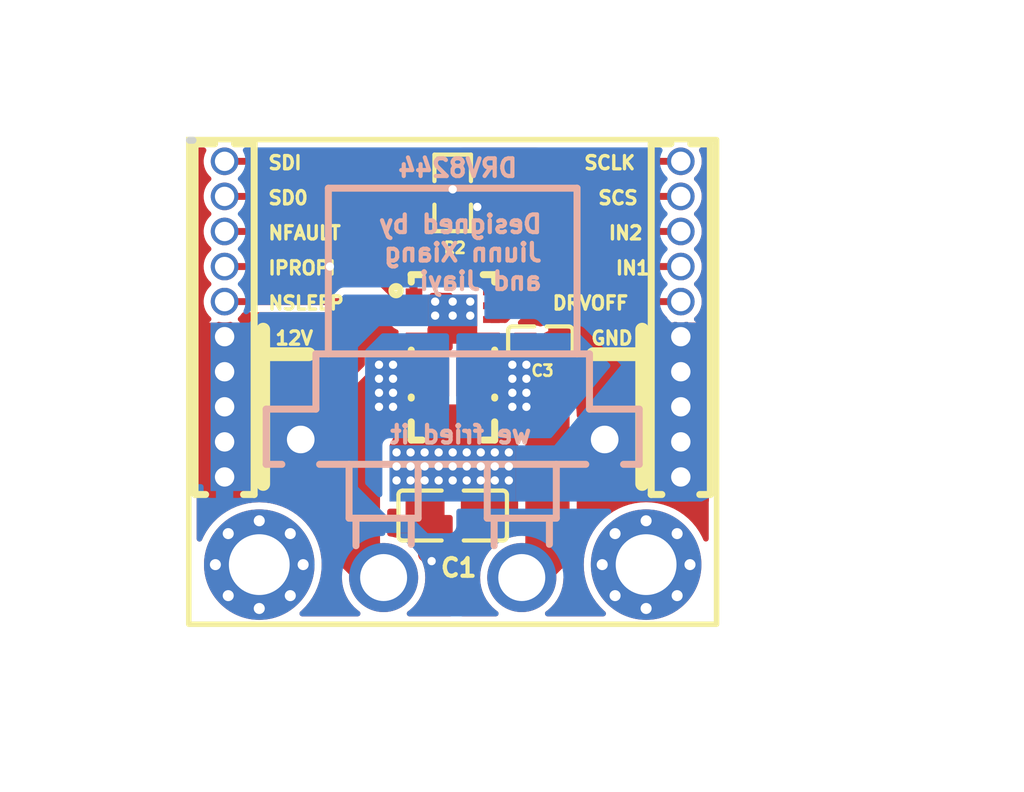
<source format=kicad_pcb>
(kicad_pcb (version 20240108) (generator "pcbnew") (generator_version "8.0")
  (layers (0 "F.Cu" signal "TopLayer") (31 "B.Cu" signal "BottomLayer") (34 "B.Paste" user "BottomPasteMaskLayer") (35 "F.Paste" user "TopPasteMaskLayer") (36 "B.SilkS" user "BottomSilkLayer") (37 "F.SilkS" user "TopSilkLayer") (38 "B.Mask" user "BottomSolderMaskLayer") (39 "F.Mask" user "TopSolderMaskLayer") (44 "Edge.Cuts" user "BoardOutLine"))
  (net 0 "")
  (net 1 "IPROPI")
  (net 2 "12V")
  (net 3 "GND")
  (net 4 "OUT1")
  (net 5 "OUT2")
  (net 6 "DRVOFF")
  (net 7 "NSLEEP")
  (net 8 "IN1")
  (net 9 "NFAULT")
  (net 10 "IN2")
  (net 11 "SCS")
  (net 12 "SDO")
  (net 13 "SDI")
  (net 14 "SCLK")
  (footprint "motor-driver:C0805" (layer "F.Cu") (at 150 107.714)
    (property "Reference" "C1" (at -0.508 1.519 0) (layer "F.SilkS") (effects (font (size 0.64 0.64) (thickness 0.1524)) (justify left top)))
    (property "Value" "22uF" (hide yes))
    (fp_line (start -1.9636 0.7512) (end -1.9636 -0.7512) (stroke (width 0.1524)) (layer "F.SilkS"))
    (fp_line (start -1.8112 -0.9036) (end -0.4012 -0.9036) (stroke (width 0.1524)) (layer "F.SilkS"))
    (fp_line (start -0.4012 0.9036) (end -1.8112 0.9036) (stroke (width 0.1524)) (layer "F.SilkS"))
    (fp_line (start 0.4012 0.9036) (end 1.8112 0.9036) (stroke (width 0.1524)) (layer "F.SilkS"))
    (fp_line (start 1.8112 -0.9036) (end 0.4012 -0.9036) (stroke (width 0.1524)) (layer "F.SilkS"))
    (fp_line (start 1.9636 0.7512) (end 1.9636 -0.7512) (stroke (width 0.1524)) (layer "F.SilkS"))
    (fp_arc (start -1.9636 -0.7512) (mid -1.918963 -0.858963) (end -1.8112 -0.9036) (stroke (width 0.1524)) (layer "F.SilkS"))
    (fp_arc (start -1.8112 0.9036) (mid -1.918963 0.858963) (end -1.9636 0.7512) (stroke (width 0.1524)) (layer "F.SilkS"))
    (fp_arc (start 1.8112 -0.9036) (mid 1.918963 -0.858963) (end 1.9636 -0.7512) (stroke (width 0.1524)) (layer "F.SilkS"))
    (fp_arc (start 1.9636 0.7512) (mid 1.918963 0.858963) (end 1.8112 0.9036) (stroke (width 0.1524)) (layer "F.SilkS"))
    (pad "1" smd rect (at -1 0) (size 1.41 1.35) (layers "F.Cu" "F.Paste" "F.Mask") (net 2 "12V"))
    (pad "2" smd rect (at 1 0) (size 1.41 1.35) (layers "F.Cu" "F.Paste" "F.Mask") (net 3 "GND"))
  )
  (footprint "motor-driver:M2" (layer "F.Cu") (at 143 109.492)
    (property "Reference" "M2_1" (hide yes))
    (property "Value" "M2" (hide yes))
    (pad "1" thru_hole oval (at 0 -1.588) (size 0.61 0.61) (drill 0.4) (layers "*.Cu" "*.Mask"))
    (pad "2" thru_hole oval (at 1.1229 -1.1229) (size 0.61 0.61) (drill 0.4) (layers "*.Cu" "*.Mask"))
    (pad "3" thru_hole oval (at 1.588 0) (size 0.61 0.61) (drill 0.4) (layers "*.Cu" "*.Mask"))
    (pad "4" thru_hole oval (at 1.1229 1.1229) (size 0.61 0.61) (drill 0.4) (layers "*.Cu" "*.Mask"))
    (pad "5" thru_hole oval (at 0 1.588) (size 0.61 0.61) (drill 0.4) (layers "*.Cu" "*.Mask"))
    (pad "6" thru_hole oval (at -1.1229 1.1229) (size 0.61 0.61) (drill 0.4) (layers "*.Cu" "*.Mask"))
    (pad "7" thru_hole oval (at -1.588 0) (size 0.61 0.61) (drill 0.4) (layers "*.Cu" "*.Mask"))
    (pad "8" thru_hole oval (at -1.1229 -1.1229) (size 0.61 0.61) (drill 0.4) (layers "*.Cu" "*.Mask"))
    (pad "9" thru_hole oval (at 0 0) (size 4 4) (drill 2.2) (layers "*.Cu" "*.Mask"))
  )
  (footprint "motor-driver:C0402" (layer "F.Cu") (at 153.175 101.364)
    (property "Reference" "C3" (at -0.381 0.87 0) (layer "F.SilkS") (effects (font (size 0.4 0.4) (thickness 0.1524)) (justify left top)))
    (property "Value" "100nF" (hide yes))
    (fp_line (start -1.1687 0.3462) (end -1.1687 -0.3462) (stroke (width 0.1524)) (layer "F.SilkS"))
    (fp_line (start -1.0163 -0.4986) (end -0.2262 -0.4986) (stroke (width 0.1524)) (layer "F.SilkS"))
    (fp_line (start -0.2262 0.4986) (end -1.0163 0.4986) (stroke (width 0.1524)) (layer "F.SilkS"))
    (fp_line (start 0.2262 0.4986) (end 1.0163 0.4986) (stroke (width 0.1524)) (layer "F.SilkS"))
    (fp_line (start 1.0163 -0.4986) (end 0.2262 -0.4986) (stroke (width 0.1524)) (layer "F.SilkS"))
    (fp_line (start 1.1687 0.3462) (end 1.1687 -0.3462) (stroke (width 0.1524)) (layer "F.SilkS"))
    (fp_arc (start -1.1687 -0.3462) (mid -1.124063 -0.453963) (end -1.0163 -0.4986) (stroke (width 0.1524)) (layer "F.SilkS"))
    (fp_arc (start -1.0163 0.4986) (mid -1.124063 0.453963) (end -1.1687 0.3462) (stroke (width 0.1524)) (layer "F.SilkS"))
    (fp_arc (start 1.0163 -0.4986) (mid 1.124063 -0.453963) (end 1.1687 -0.3462) (stroke (width 0.1524)) (layer "F.SilkS"))
    (fp_arc (start 1.1687 0.3462) (mid 1.124063 0.453963) (end 1.0163 0.4986) (stroke (width 0.1524)) (layer "F.SilkS"))
    (pad "1" smd rect (at -0.5451 0) (size 0.7901 0.54) (layers "F.Cu" "F.Paste" "F.Mask") (net 2 "12V"))
    (pad "2" smd rect (at 0.5451 0) (size 0.7901 0.54) (layers "F.Cu" "F.Paste" "F.Mask") (net 3 "GND"))
  )
  (footprint "motor-driver:R0603" (layer "F.Cu") (at 150 96.03 -90)
    (property "Reference" "R2" (at 1.759 0.381 0) (layer "F.SilkS") (effects (font (size 0.4 0.4) (thickness 0.1524)) (justify left top)))
    (property "Value" "680Ω" (hide yes))
    (fp_line (start -1.3851 0.6606) (end -1.3851 -0.6606) (stroke (width 0.1524)) (layer "F.SilkS"))
    (fp_line (start -0.4262 0.6606) (end -1.3851 0.6606) (stroke (width 0.1524)) (layer "F.SilkS"))
    (fp_line (start 0.4262 0.6606) (end 1.3851 0.6606) (stroke (width 0.1524)) (layer "F.SilkS"))
    (fp_line (start 1.3851 0.6606) (end 1.3851 -0.6606) (stroke (width 0.1524)) (layer "F.SilkS"))
    (fp_line (start -1.3851 -0.6606) (end -0.4262 -0.6606) (stroke (width 0.1524)) (layer "F.SilkS"))
    (fp_line (start 1.3851 -0.6606) (end 0.4262 -0.6606) (stroke (width 0.1524)) (layer "F.SilkS"))
    (pad "1" smd rect (at -0.7531 0 270) (size 0.8065 0.864) (layers "F.Cu" "F.Paste" "F.Mask") (net 1 "IPROPI"))
    (pad "2" smd rect (at 0.7533 0 270) (size 0.8065 0.864) (layers "F.Cu" "F.Paste" "F.Mask") (net 3 "GND"))
  )
  (footprint "motor-driver:M2" (layer "F.Cu") (at 157 109.492)
    (property "Reference" "M2_2" (hide yes))
    (property "Value" "M2" (hide yes))
    (pad "1" thru_hole oval (at 0 -1.588) (size 0.61 0.61) (drill 0.4) (layers "*.Cu" "*.Mask"))
    (pad "2" thru_hole oval (at 1.1229 -1.1229) (size 0.61 0.61) (drill 0.4) (layers "*.Cu" "*.Mask"))
    (pad "3" thru_hole oval (at 1.588 0) (size 0.61 0.61) (drill 0.4) (layers "*.Cu" "*.Mask"))
    (pad "4" thru_hole oval (at 1.1229 1.1229) (size 0.61 0.61) (drill 0.4) (layers "*.Cu" "*.Mask"))
    (pad "5" thru_hole oval (at 0 1.588) (size 0.61 0.61) (drill 0.4) (layers "*.Cu" "*.Mask"))
    (pad "6" thru_hole oval (at -1.1229 1.1229) (size 0.61 0.61) (drill 0.4) (layers "*.Cu" "*.Mask"))
    (pad "7" thru_hole oval (at -1.588 0) (size 0.61 0.61) (drill 0.4) (layers "*.Cu" "*.Mask"))
    (pad "8" thru_hole oval (at -1.1229 -1.1229) (size 0.61 0.61) (drill 0.4) (layers "*.Cu" "*.Mask"))
    (pad "9" thru_hole oval (at 0 0) (size 4 4) (drill 2.2) (layers "*.Cu" "*.Mask"))
  )
  (footprint "motor-driver:HDR-TH_10P-P1.27-V-M" (layer "F.Cu") (at 158.255 100.602 90)
    (property "Reference" "U2" (hide yes))
    (property "Value" "X1311WV-10J-C40D24" (hide yes))
    (fp_line (start 6.35 -1.07) (end 6.35 -0.3598) (stroke (width 0.254)) (layer "F.SilkS"))
    (fp_line (start -6.35 -1.07) (end 6.35 -1.07) (stroke (width 0.254)) (layer "F.SilkS"))
    (fp_line (start -6.35 -0.687) (end -6.35 -1.07) (stroke (width 0.254)) (layer "F.SilkS"))
    (fp_line (start 6.35 0.3598) (end 6.35 1.07) (stroke (width 0.254)) (layer "F.SilkS"))
    (fp_line (start -6.35 1.07) (end -6.35 0.687) (stroke (width 0.254)) (layer "F.SilkS"))
    (fp_line (start -6.35 1.07) (end 6.35 1.07) (stroke (width 0.254)) (layer "F.SilkS"))
    (pad "1" thru_hole rect (at -5.715 0 90) (size 1 1) (drill 0.7) (layers "*.Cu" "*.Mask") (net 3 "GND"))
    (pad "2" thru_hole oval (at -4.445 0 90) (size 1 1) (drill 0.7) (layers "*.Cu" "*.Mask") (net 3 "GND"))
    (pad "3" thru_hole oval (at -3.175 0 90) (size 1 1) (drill 0.7) (layers "*.Cu" "*.Mask") (net 3 "GND"))
    (pad "4" thru_hole oval (at -1.905 0 90) (size 1 1) (drill 0.7) (layers "*.Cu" "*.Mask") (net 3 "GND"))
    (pad "5" thru_hole oval (at -0.635 0 90) (size 1 1) (drill 0.7) (layers "*.Cu" "*.Mask") (net 3 "GND"))
    (pad "6" thru_hole oval (at 0.635 0 90) (size 1 1) (drill 0.7) (layers "*.Cu" "*.Mask") (net 6 "DRVOFF"))
    (pad "7" thru_hole oval (at 1.905 0 90) (size 1 1) (drill 0.7) (layers "*.Cu" "*.Mask") (net 8 "IN1"))
    (pad "8" thru_hole oval (at 3.175 0 90) (size 1 1) (drill 0.7) (layers "*.Cu" "*.Mask") (net 10 "IN2"))
    (pad "9" thru_hole oval (at 4.445 0 90) (size 1 1) (drill 0.7) (layers "*.Cu" "*.Mask") (net 11 "SCS"))
    (pad "10" thru_hole oval (at 5.715 0 90) (size 1 1) (drill 0.7) (layers "*.Cu" "*.Mask") (net 14 "SCLK"))
  )
  (footprint "motor-driver:VQFN-16_L6.0-W3.0-P0.50-TL" (layer "F.Cu") (at 150 101.491)
    (property "Reference" "DRV8244" (at 2.413 -6.736 0) (layer "B.SilkS") (effects (font (size 0.64 0.64) (thickness 0.1524)) (justify left top mirror)))
    (property "Value" "DRV8244SQRYJRQ1" (hide yes))
    (fp_line (start -1.51 -2.5) (end -1.1061 -2.5) (stroke (width 0.254)) (layer "F.SilkS"))
    (fp_line (start -1.5 -2.2311) (end -1.5 -2.48) (stroke (width 0.254)) (layer "F.SilkS"))
    (fp_line (start -1.5 0.2689) (end -1.5 0.2311) (stroke (width 0.254)) (layer "F.SilkS"))
    (fp_line (start -1.5 1.9689) (end -1.5 1.9311) (stroke (width 0.254)) (layer "F.SilkS"))
    (fp_line (start -1.5 3.49) (end -1.5 2.8311) (stroke (width 0.254)) (layer "F.SilkS"))
    (fp_line (start -1.1011 3.49) (end -1.5 3.49) (stroke (width 0.254)) (layer "F.SilkS"))
    (fp_line (start 1.1061 -2.5) (end 1.52 -2.5) (stroke (width 0.254)) (layer "F.SilkS"))
    (fp_line (start 1.52 -2.5) (end 1.52 -2.2311) (stroke (width 0.254)) (layer "F.SilkS"))
    (fp_line (start 1.52 0.2311) (end 1.52 0.2689) (stroke (width 0.254)) (layer "F.SilkS"))
    (fp_line (start 1.52 1.9311) (end 1.52 1.9689) (stroke (width 0.254)) (layer "F.SilkS"))
    (fp_line (start 1.52 2.8311) (end 1.52 3.49) (stroke (width 0.254)) (layer "F.SilkS"))
    (fp_line (start 1.52 3.49) (end 1.1011 3.49) (stroke (width 0.254)) (layer "F.SilkS"))
    (fp_circle (center -2.05 -1.9197) (end -1.8999 -1.9197) (stroke (width 0.254)) (fill none) (layer "F.SilkS"))
    (pad "1" smd rect (at -1.4 -1.875) (size 0.6 0.25) (layers "F.Cu" "F.Paste" "F.Mask") (net 9 "NFAULT"))
    (pad "2" smd rect (at -1.4 -1.3749) (size 0.6 0.25) (layers "F.Cu" "F.Paste" "F.Mask") (net 1 "IPROPI"))
    (pad "3" smd rect (at -1.4 -0.875) (size 0.6 0.25) (layers "F.Cu" "F.Paste" "F.Mask") (net 7 "NSLEEP"))
    (pad "4" smd rect (at 0 -0.1999) (size 3.4 0.4) (layers "F.Cu" "F.Paste" "F.Mask") (net 2 "12V"))
    (pad "5" smd rect (at -0.92 0.7) (size 1.56 0.4) (layers "F.Cu" "F.Paste" "F.Mask") (net 5 "OUT2"))
    (pad "6" smd rect (at -0.92 1.5001) (size 1.56 0.4) (layers "F.Cu" "F.Paste" "F.Mask") (net 5 "OUT2"))
    (pad "7" smd custom (at 0 2.4) (size 0.000001 0.000001) (layers "F.Cu" "F.Paste" "F.Mask") (net 3 "GND") (options (clearance outline) (anchor circle)) (primitives (gr_poly (pts (xy -0.61 0.2) (xy -0.61 1.1) (xy -0.87 1.1) (xy -0.87 0.2) (xy -1.7 0.2) (xy -1.7 -0.2) (xy 1.7 -0.2) (xy 1.7 0.2) (xy 0.87 0.2) (xy 0.87 1.1) (xy 0.62 1.1) (xy 0.62 0.2) (xy 0.37 0.2) (xy 0.37 1.1) (xy 0.13 1.1) (xy 0.13 0.2) (xy -0.12 0.2) (xy -0.12 1.1) (xy -0.37 1.1) (xy -0.37 0.2)) (width 0) (fill yes))))
    (pad "8" smd rect (at 0.92 1.5001) (size 1.56 0.4) (layers "F.Cu" "F.Paste" "F.Mask") (net 4 "OUT1"))
    (pad "9" smd rect (at 0.92 0.7) (size 1.56 0.4) (layers "F.Cu" "F.Paste" "F.Mask") (net 4 "OUT1"))
    (pad "10" smd rect (at 1.4 -0.875) (size 0.6 0.25) (layers "F.Cu" "F.Paste" "F.Mask") (net 6 "DRVOFF"))
    (pad "11" smd rect (at 1.4 -1.3749) (size 0.6 0.25) (layers "F.Cu" "F.Paste" "F.Mask") (net 8 "IN1"))
    (pad "12" smd rect (at 1.4 -1.875) (size 0.6 0.25) (layers "F.Cu" "F.Paste" "F.Mask") (net 10 "IN2"))
    (pad "13" smd rect (at 0.7501 -2.4 90) (size 0.6 0.25) (layers "F.Cu" "F.Paste" "F.Mask") (net 11 "SCS"))
    (pad "14" smd rect (at 0.2499 -2.4 90) (size 0.6 0.25) (layers "F.Cu" "F.Paste" "F.Mask") (net 14 "SCLK"))
    (pad "15" smd rect (at -0.2499 -2.4 90) (size 0.6 0.25) (layers "F.Cu" "F.Paste" "F.Mask") (net 13 "SDI"))
    (pad "16" smd rect (at -0.7501 -2.4 90) (size 0.6 0.25) (layers "F.Cu" "F.Paste" "F.Mask") (net 12 "SDO"))
  )
  (footprint "motor-driver:HDR-TH_10P-P1.27-V-M" (layer "F.Cu") (at 141.745 100.602 90)
    (property "Reference" "U3" (hide yes))
    (property "Value" "X1311WV-10J-C40D24" (hide yes))
    (fp_line (start 6.35 -1.07) (end 6.35 -0.3598) (stroke (width 0.254)) (layer "F.SilkS"))
    (fp_line (start -6.35 -1.07) (end 6.35 -1.07) (stroke (width 0.254)) (layer "F.SilkS"))
    (fp_line (start -6.35 -0.687) (end -6.35 -1.07) (stroke (width 0.254)) (layer "F.SilkS"))
    (fp_line (start 6.35 0.3598) (end 6.35 1.07) (stroke (width 0.254)) (layer "F.SilkS"))
    (fp_line (start -6.35 1.07) (end -6.35 0.687) (stroke (width 0.254)) (layer "F.SilkS"))
    (fp_line (start -6.35 1.07) (end 6.35 1.07) (stroke (width 0.254)) (layer "F.SilkS"))
    (pad "1" thru_hole rect (at -5.715 0 90) (size 1 1) (drill 0.7) (layers "*.Cu" "*.Mask") (net 2 "12V"))
    (pad "2" thru_hole oval (at -4.445 0 90) (size 1 1) (drill 0.7) (layers "*.Cu" "*.Mask") (net 2 "12V"))
    (pad "3" thru_hole oval (at -3.175 0 90) (size 1 1) (drill 0.7) (layers "*.Cu" "*.Mask") (net 2 "12V"))
    (pad "4" thru_hole oval (at -1.905 0 90) (size 1 1) (drill 0.7) (layers "*.Cu" "*.Mask") (net 2 "12V"))
    (pad "5" thru_hole oval (at -0.635 0 90) (size 1 1) (drill 0.7) (layers "*.Cu" "*.Mask") (net 2 "12V"))
    (pad "6" thru_hole oval (at 0.635 0 90) (size 1 1) (drill 0.7) (layers "*.Cu" "*.Mask") (net 7 "NSLEEP"))
    (pad "7" thru_hole oval (at 1.905 0 90) (size 1 1) (drill 0.7) (layers "*.Cu" "*.Mask") (net 1 "IPROPI"))
    (pad "8" thru_hole oval (at 3.175 0 90) (size 1 1) (drill 0.7) (layers "*.Cu" "*.Mask") (net 9 "NFAULT"))
    (pad "9" thru_hole oval (at 4.445 0 90) (size 1 1) (drill 0.7) (layers "*.Cu" "*.Mask") (net 12 "SDO"))
    (pad "10" thru_hole oval (at 5.715 0 90) (size 1 1) (drill 0.7) (layers "*.Cu" "*.Mask") (net 13 "SDI"))
  )
  (footprint "motor-driver:CONN-TH_XT30PW-F-1" (layer "B.Cu") (at 150 107.46)
    (property "Reference" "U1" (hide yes))
    (property "Value" "XT30PW-F" (hide yes))
    (fp_line (start -6.75 -3.6) (end -4.95 -3.6) (stroke (width 0.254)) (layer "B.SilkS"))
    (fp_line (start -6.75 -1.6) (end -6.75 -3.6) (stroke (width 0.254)) (layer "B.SilkS"))
    (fp_line (start -6.184 -1.6) (end -6.75 -1.6) (stroke (width 0.254)) (layer "B.SilkS"))
    (fp_line (start -4.95 -5.6) (end -4.95 -3.6) (stroke (width 0.254)) (layer "B.SilkS"))
    (fp_line (start -4.8165 -1.6) (end 4.8165 -1.6) (stroke (width 0.254)) (layer "B.SilkS"))
    (fp_line (start -4.5 -11.6001) (end -4.5 -5.6) (stroke (width 0.254)) (layer "B.SilkS"))
    (fp_line (start -4.5 -11.6001) (end 4.5 -11.6001) (stroke (width 0.254)) (layer "B.SilkS"))
    (fp_line (start -3.75 -1.6) (end -3.75 0.35) (stroke (width 0.254)) (layer "B.SilkS"))
    (fp_line (start -3.75 0.35) (end -1.2499 0.35) (stroke (width 0.254)) (layer "B.SilkS"))
    (fp_line (start -3.5 0.35) (end -3.5 1.3475) (stroke (width 0.254)) (layer "B.SilkS"))
    (fp_line (start -1.5 0.35) (end -1.5 1.2966) (stroke (width 0.254)) (layer "B.SilkS"))
    (fp_line (start -1.2499 -1.6) (end -1.2499 0.35) (stroke (width 0.254)) (layer "B.SilkS"))
    (fp_line (start 1.25 -1.6001) (end 1.25 0.3499) (stroke (width 0.254)) (layer "B.SilkS"))
    (fp_line (start 1.25 0.3499) (end 3.7501 0.3499) (stroke (width 0.254)) (layer "B.SilkS"))
    (fp_line (start 1.5 0.3499) (end 1.5 1.3474) (stroke (width 0.254)) (layer "B.SilkS"))
    (fp_line (start 3.5 0.3499) (end 3.5 1.2965) (stroke (width 0.254)) (layer "B.SilkS"))
    (fp_line (start 3.7501 -1.6001) (end 3.7501 0.3499) (stroke (width 0.254)) (layer "B.SilkS"))
    (fp_line (start 4.5 -11.6001) (end 4.5 -5.6001) (stroke (width 0.254)) (layer "B.SilkS"))
    (fp_line (start 4.95 -5.6) (end -4.95 -5.6) (stroke (width 0.254)) (layer "B.SilkS"))
    (fp_line (start 4.95 -5.6) (end 4.95 -3.6) (stroke (width 0.254)) (layer "B.SilkS"))
    (fp_line (start 6.1839 -1.6) (end 6.7499 -1.6) (stroke (width 0.254)) (layer "B.SilkS"))
    (fp_line (start 6.7499 -3.6) (end 4.95 -3.6) (stroke (width 0.254)) (layer "B.SilkS"))
    (fp_line (start 6.7499 -1.6) (end 6.7499 -3.6) (stroke (width 0.254)) (layer "B.SilkS"))
    (pad "1" thru_hole oval (at -2.4999 2.5001 180) (size 2.5 2.5) (drill 1.7) (layers "*.Cu" "*.Mask") (net 5 "OUT2"))
    (pad "2" thru_hole oval (at 2.5001 2.5001 180) (size 2.5 2.5) (drill 1.7) (layers "*.Cu" "*.Mask") (net 4 "OUT1"))
    (pad "3" thru_hole oval (at 5.5001 -2.4999 180) (size 1.8 1.8) (drill 1) (layers "*.Cu" "*.Mask") (net 3 "GND"))
    (pad "4" thru_hole oval (at -5.4999 -2.4999 180) (size 1.8 1.8) (drill 1) (layers "*.Cu" "*.Mask") (net 2 "12V"))
  )
  (gr_rect (start 140.45 94.1) (end 159.55 111.65) (stroke (width 0.2)) (fill none) (layer "F.SilkS"))
  (gr_line (start 156.9849 101.8721) (end 155.08 101.872) (stroke (width 0.5)) (layer "F.SilkS"))
  (gr_line (start 144.793 101.8721) (end 143.0151 101.8721) (stroke (width 0.5)) (layer "F.SilkS"))
  (gr_line (start 143.1421 100.983) (end 143.1421 106.571) (stroke (width 0.5)) (layer "F.SilkS"))
  (gr_line (start 156.858 100.983) (end 156.858 106.571) (stroke (width 0.5)) (layer "F.SilkS"))
  (gr_line (start 140.475 94.125) (end 140.602 94.125) (stroke (width 0.254)) (layer "Edge.Cuts"))
  (gr_text "we fried it" (at 152.921 104.407 0) (layer "B.SilkS") (effects (font (size 0.64 0.64) (thickness 0.1524)) (justify left top mirror)))
  (gr_text "Designed by\nJiunn Xiang\nand Jiayi" (at 153.302 96.787 0) (layer "B.SilkS") (effects (font (size 0.64 0.64) (thickness 0.1524)) (justify left top mirror)))
  (gr_text "GND" (at 154.953 101.011 0) (layer "F.SilkS") (effects (font (size 0.48 0.48) (thickness 0.153)) (justify left top)))
  (gr_text "SDI" (at 143.269 94.661 0) (layer "F.SilkS") (effects (font (size 0.48 0.48) (thickness 0.153)) (justify left top)))
  (gr_text "IPROPI" (at 143.269 98.471 0) (layer "F.SilkS") (effects (font (size 0.48 0.48) (thickness 0.153)) (justify left top)))
  (gr_text "12V" (at 143.523 101.011 0) (layer "F.SilkS") (effects (font (size 0.48 0.48) (thickness 0.153)) (justify left top)))
  (gr_text "SCLK" (at 154.699 94.661 0) (layer "F.SilkS") (effects (font (size 0.48 0.48) (thickness 0.153)) (justify left top)))
  (gr_text "SCS" (at 155.207 95.931 0) (layer "F.SilkS") (effects (font (size 0.48 0.48) (thickness 0.153)) (justify left top)))
  (gr_text "NSLEEP" (at 143.269 99.741 0) (layer "F.SilkS") (effects (font (size 0.48 0.48) (thickness 0.153)) (justify left top)))
  (gr_text "IN1" (at 155.842 98.471 0) (layer "F.SilkS") (effects (font (size 0.48 0.48) (thickness 0.153)) (justify left top)))
  (gr_text "SD0" (at 143.269 95.931 0) (layer "F.SilkS") (effects (font (size 0.48 0.48) (thickness 0.153)) (justify left top)))
  (gr_text "DRVOFF" (at 153.556 99.741 0) (layer "F.SilkS") (effects (font (size 0.48 0.48) (thickness 0.153)) (justify left top)))
  (gr_text "IN2" (at 155.588 97.201 0) (layer "F.SilkS") (effects (font (size 0.48 0.48) (thickness 0.153)) (justify left top)))
  (gr_text "NFAULT" (at 143.269 97.201 0) (layer "F.SilkS") (effects (font (size 0.48 0.48) (thickness 0.153)) (justify left top)))
  (segment (start 150 95.903) (end 150 95.2769) (width 0.25) (layer "F.Cu") (net 1))
  (segment (start 148.2441 100.1161) (end 148.6 100.1161) (width 0.25) (layer "F.Cu") (net 1))
  (segment (start 145.555 98.697) (end 145.5402 98.697) (width 0.25) (layer "F.Cu") (net 1))
  (segment (start 146.825 98.697) (end 148.2441 100.1161) (width 0.25) (layer "F.Cu") (net 1))
  (segment (start 141.745 98.697) (end 146.825 98.697) (width 0.25) (layer "F.Cu") (net 1))
  (via (at 150 95.903) (size 0.4) (drill 0.3) (layers "F.Cu" "B.Cu") (net 1))
  (via (at 145.555 98.697) (size 0.4) (drill 0.3) (layers "F.Cu" "B.Cu") (net 1))
  (segment (start 146.952 95.903) (end 150 95.903) (width 0.25) (layer "B.Cu") (net 1))
  (segment (start 145.555 98.697) (end 145.555 97.3) (width 0.25) (layer "B.Cu") (net 1))
  (segment (start 145.555 97.3) (end 146.952 95.903) (width 0.25) (layer "B.Cu") (net 1))
  (segment (start 149 109.127) (end 149 107.714) (width 0.5) (layer "F.Cu") (net 2))
  (segment (start 149.238 109.365) (end 149 109.127) (width 0.5) (layer "F.Cu") (net 2))
  (via (at 150.635 100.475) (size 0.4) (drill 0.3) (layers "F.Cu" "B.Cu") (net 2))
  (via (at 150.635 99.967) (size 0.4) (drill 0.3) (layers "F.Cu" "B.Cu") (net 2))
  (via (at 150 100.475) (size 0.4) (drill 0.3) (layers "F.Cu" "B.Cu") (net 2))
  (via (at 149.238 109.365) (size 0.4) (drill 0.3) (layers "F.Cu" "B.Cu") (net 2))
  (via (at 149.365 99.967) (size 0.4) (drill 0.3) (layers "F.Cu" "B.Cu") (net 2))
  (via (at 150 99.967) (size 0.4) (drill 0.3) (layers "F.Cu" "B.Cu") (net 2))
  (via (at 149.365 100.475) (size 0.4) (drill 0.3) (layers "F.Cu" "B.Cu") (net 2))
  (segment (start 149.238 108.857) (end 148.476 108.095) (width 0.5) (layer "B.Cu") (net 2))
  (segment (start 147.635 108.095) (end 144.5 104.96) (width 0.5) (layer "B.Cu") (net 2))
  (segment (start 148.476 108.095) (end 147.635 108.095) (width 0.5) (layer "B.Cu") (net 2))
  (segment (start 149.238 109.365) (end 149.238 108.857) (width 0.5) (layer "B.Cu") (net 2))
  (segment (start 151 106.968) (end 151.016 106.952) (width 1.4) (layer "F.Cu") (net 3))
  (segment (start 151 107.714) (end 151 106.968) (width 1.4) (layer "F.Cu") (net 3))
  (segment (start 150 96.7834) (end 150.6437 96.7834) (width 0.25) (layer "F.Cu") (net 3))
  (segment (start 150.6437 96.7834) (end 150.889 96.538) (width 0.25) (layer "F.Cu") (net 3))
  (via (at 150.889 96.538) (size 0.4) (drill 0.3) (layers "F.Cu" "B.Cu") (net 3))
  (via (at 151.016 105.936) (size 0.4) (drill 0.3) (layers "F.Cu" "B.Cu") (net 3))
  (via (at 149.492 106.444) (size 0.4) (drill 0.3) (layers "F.Cu" "B.Cu") (net 3))
  (via (at 150 106.444) (size 0.4) (drill 0.3) (layers "F.Cu" "B.Cu") (net 3))
  (via (at 148.476 105.428) (size 0.4) (drill 0.3) (layers "F.Cu" "B.Cu") (net 3))
  (via (at 150.508 106.444) (size 0.4) (drill 0.3) (layers "F.Cu" "B.Cu") (net 3))
  (via (at 151.016 105.428) (size 0.4) (drill 0.3) (layers "F.Cu" "B.Cu") (net 3))
  (via (at 151.016 106.444) (size 0.4) (drill 0.3) (layers "F.Cu" "B.Cu") (net 3))
  (via (at 148.476 105.936) (size 0.4) (drill 0.3) (layers "F.Cu" "B.Cu") (net 3))
  (via (at 150.508 105.936) (size 0.4) (drill 0.3) (layers "F.Cu" "B.Cu") (net 3))
  (via (at 147.968 106.444) (size 0.4) (drill 0.3) (layers "F.Cu" "B.Cu") (net 3))
  (via (at 148.984 105.936) (size 0.4) (drill 0.3) (layers "F.Cu" "B.Cu") (net 3))
  (via (at 150.508 105.428) (size 0.4) (drill 0.3) (layers "F.Cu" "B.Cu") (net 3))
  (via (at 152.032 106.444) (size 0.4) (drill 0.3) (layers "F.Cu" "B.Cu") (net 3))
  (via (at 151.524 105.936) (size 0.4) (drill 0.3) (layers "F.Cu" "B.Cu") (net 3))
  (via (at 151.524 106.444) (size 0.4) (drill 0.3) (layers "F.Cu" "B.Cu") (net 3))
  (via (at 152.032 105.936) (size 0.4) (drill 0.3) (layers "F.Cu" "B.Cu") (net 3))
  (via (at 149.492 105.936) (size 0.4) (drill 0.3) (layers "F.Cu" "B.Cu") (net 3))
  (via (at 148.476 106.444) (size 0.4) (drill 0.3) (layers "F.Cu" "B.Cu") (net 3))
  (via (at 150 105.936) (size 0.4) (drill 0.3) (layers "F.Cu" "B.Cu") (net 3))
  (via (at 150 105.428) (size 0.4) (drill 0.3) (layers "F.Cu" "B.Cu") (net 3))
  (via (at 148.984 105.428) (size 0.4) (drill 0.3) (layers "F.Cu" "B.Cu") (net 3))
  (via (at 152.032 105.428) (size 0.4) (drill 0.3) (layers "F.Cu" "B.Cu") (net 3))
  (via (at 148.984 106.444) (size 0.4) (drill 0.3) (layers "F.Cu" "B.Cu") (net 3))
  (via (at 147.968 105.428) (size 0.4) (drill 0.3) (layers "F.Cu" "B.Cu") (net 3))
  (via (at 151.524 105.428) (size 0.4) (drill 0.3) (layers "F.Cu" "B.Cu") (net 3))
  (via (at 149.492 105.428) (size 0.4) (drill 0.3) (layers "F.Cu" "B.Cu") (net 3))
  (via (at 147.968 105.936) (size 0.4) (drill 0.3) (layers "F.Cu" "B.Cu") (net 3))
  (segment (start 153.556 96.538) (end 158.255 101.237) (width 0.25) (layer "B.Cu") (net 3))
  (segment (start 150.889 96.538) (end 153.556 96.538) (width 0.25) (layer "B.Cu") (net 3))
  (segment (start 153.429 109.0323) (end 152.4994 109.9594) (width 1.6) (layer "F.Cu") (net 4))
  (segment (start 152.413 103.015) (end 153.429 104.031) (width 1.6) (layer "F.Cu") (net 4))
  (segment (start 153.429 104.031) (end 153.429 109.0323) (width 1.6) (layer "F.Cu") (net 4))
  (via (at 152.159 103.777) (size 0.4) (drill 0.3) (layers "F.Cu" "B.Cu") (net 4))
  (via (at 152.159 102.253) (size 0.4) (drill 0.3) (layers "F.Cu" "B.Cu") (net 4))
  (via (at 152.159 102.761) (size 0.4) (drill 0.3) (layers "F.Cu" "B.Cu") (net 4))
  (via (at 152.667 102.253) (size 0.4) (drill 0.3) (layers "F.Cu" "B.Cu") (net 4))
  (via (at 152.667 102.761) (size 0.4) (drill 0.3) (layers "F.Cu" "B.Cu") (net 4))
  (via (at 152.667 103.777) (size 0.4) (drill 0.3) (layers "F.Cu" "B.Cu") (net 4))
  (via (at 152.159 103.269) (size 0.4) (drill 0.3) (layers "F.Cu" "B.Cu") (net 4))
  (via (at 152.667 103.269) (size 0.4) (drill 0.3) (layers "F.Cu" "B.Cu") (net 4))
  (segment (start 147.587 103.015) (end 146.571 104.031) (width 1.6) (layer "F.Cu") (net 5))
  (segment (start 146.571 109.0323) (end 147.5006 109.9594) (width 1.6) (layer "F.Cu") (net 5))
  (segment (start 146.571 104.031) (end 146.571 109.0323) (width 1.6) (layer "F.Cu") (net 5))
  (via (at 147.841 103.269) (size 0.4) (drill 0.3) (layers "F.Cu" "B.Cu") (net 5))
  (via (at 147.333 103.777) (size 0.4) (drill 0.3) (layers "F.Cu" "B.Cu") (net 5))
  (via (at 147.841 102.761) (size 0.4) (drill 0.3) (layers "F.Cu" "B.Cu") (net 5))
  (via (at 147.841 102.253) (size 0.4) (drill 0.3) (layers "F.Cu" "B.Cu") (net 5))
  (via (at 147.333 102.761) (size 0.4) (drill 0.3) (layers "F.Cu" "B.Cu") (net 5))
  (via (at 147.333 103.269) (size 0.4) (drill 0.3) (layers "F.Cu" "B.Cu") (net 5))
  (via (at 147.841 103.777) (size 0.4) (drill 0.3) (layers "F.Cu" "B.Cu") (net 5))
  (via (at 147.333 102.253) (size 0.4) (drill 0.3) (layers "F.Cu" "B.Cu") (net 5))
  (segment (start 152.54 99.967) (end 158.255 99.967) (width 0.25) (layer "F.Cu") (net 6))
  (segment (start 151.4 100.616) (end 151.8911 100.616) (width 0.25) (layer "F.Cu") (net 6))
  (segment (start 151.8911 100.616) (end 152.54 99.967) (width 0.25) (layer "F.Cu") (net 6))
  (segment (start 147.46 99.967) (end 141.745 99.967) (width 0.25) (layer "F.Cu") (net 7))
  (segment (start 148.1089 100.616) (end 147.46 99.967) (width 0.25) (layer "F.Cu") (net 7))
  (segment (start 148.6 100.616) (end 148.1089 100.616) (width 0.25) (layer "F.Cu") (net 7))
  (segment (start 158.255 98.697) (end 153.175 98.697) (width 0.25) (layer "F.Cu") (net 8))
  (segment (start 153.175 98.697) (end 151.7559 100.1161) (width 0.25) (layer "F.Cu") (net 8))
  (segment (start 151.7559 100.1161) (end 151.4 100.1161) (width 0.25) (layer "F.Cu") (net 8))
  (segment (start 146.571 97.427) (end 148.6005 99.4615) (width 0.25) (layer "F.Cu") (net 9))
  (segment (start 141.745 97.427) (end 146.571 97.427) (width 0.25) (layer "F.Cu") (net 9))
  (segment (start 148.6005 99.4615) (end 148.6005 99.6165) (width 0.25) (layer "F.Cu") (net 9))
  (segment (start 158.255 97.427) (end 153.429 97.427) (width 0.25) (layer "F.Cu") (net 10))
  (segment (start 151.3995 99.4615) (end 151.3995 99.6165) (width 0.25) (layer "F.Cu") (net 10))
  (segment (start 153.429 97.427) (end 151.3995 99.4615) (width 0.25) (layer "F.Cu") (net 10))
  (segment (start 153.302 96.157) (end 150.7501 98.709) (width 0.25) (layer "F.Cu") (net 11))
  (segment (start 158.255 96.157) (end 153.302 96.157) (width 0.25) (layer "F.Cu") (net 11))
  (segment (start 150.7501 98.709) (end 150.7501 99.091) (width 0.25) (layer "F.Cu") (net 11))
  (segment (start 146.698 96.157) (end 149.2499 98.709) (width 0.25) (layer "F.Cu") (net 12))
  (segment (start 141.745 96.157) (end 146.698 96.157) (width 0.25) (layer "F.Cu") (net 12))
  (segment (start 149.2499 98.709) (end 149.2499 99.091) (width 0.25) (layer "F.Cu") (net 12))
  (segment (start 149.746 97.935) (end 146.698 94.887) (width 0.25) (layer "F.Cu") (net 13))
  (segment (start 149.7511 99.0907) (end 149.746 97.935) (width 0.25) (layer "F.Cu") (net 13))
  (segment (start 146.698 94.887) (end 141.745 94.887) (width 0.25) (layer "F.Cu") (net 13))
  (segment (start 150.2499 99.091) (end 150.2499 97.9391) (width 0.25) (layer "F.Cu") (net 14))
  (segment (start 150.2499 97.9391) (end 153.302 94.887) (width 0.25) (layer "F.Cu") (net 14))
  (segment (start 153.302 94.887) (end 158.255 94.887) (width 0.25) (layer "F.Cu") (net 14))
  (zone (net 2) (net_name "12V") (layer "F.Cu") (priority 100) (connect_pads yes (clearance 0)) (min_thickness 0) (fill yes (thermal_gap 0.5) (thermal_bridge_width 0.5))
    (polygon (pts (xy 140.856 107.079) (xy 145.428 107.079) (xy 145.428 100.729) (xy 141.11 100.729) (xy 140.983 100.602)))
  )
  (zone (net 5) (net_name "OUT2") (layer "F.Cu") (priority 100) (connect_pads yes (clearance 0)) (min_thickness 0) (fill yes (thermal_gap 0.5) (thermal_bridge_width 0.5))
    (polygon (pts (xy 149.873 101.999) (xy 147.079 101.999) (xy 147.079 104.031) (xy 147.968 104.031) (xy 148.095 103.396) (xy 149.873 103.396)))
  )
  (zone (net 3) (net_name "GND") (layer "F.Cu") (priority 100) (connect_pads yes (clearance 0)) (min_thickness 0) (fill yes (thermal_gap 0.5) (thermal_bridge_width 0.5))
    (polygon (pts (xy 159.271 107.206) (xy 154.572 107.206) (xy 154.572 100.729) (xy 159.271 100.729)))
  )
  (zone (net 3) (net_name "GND") (layer "F.Cu") (priority 100) (connect_pads yes (clearance 0)) (min_thickness 0) (fill yes (thermal_gap 0.5) (thermal_bridge_width 0.5))
    (polygon (pts (xy 147.714 105.174) (xy 152.286 105.174) (xy 152.286 106.825) (xy 147.714 106.825)))
  )
  (zone (net 2) (net_name "12V") (layer "F.Cu") (priority 97) (connect_pads (clearance 0.254)) (min_thickness 0.254) (fill yes (thermal_gap 0.254) (thermal_bridge_width 0.254))
    (polygon (pts (xy 150 91.839) (xy 150 113.937) (xy 138.443 113.937) (xy 137.808 113.302) (xy 137.808 92.728) (xy 137.173 92.093)))
  )
  (zone (net 3) (net_name "GND") (layer "F.Cu") (priority 96) (connect_pads (clearance 0.254)) (min_thickness 0.254) (fill yes (thermal_gap 0.254) (thermal_bridge_width 0.254))
    (polygon (pts (xy 150 113.937) (xy 150 91.839) (xy 163.208 91.839) (xy 163.335 91.966) (xy 163.335 114.318) (xy 163.716 114.699)))
  )
  (zone (net 3) (net_name "GND") (layer "F.Cu") (priority 100) (connect_pads yes (clearance 0)) (min_thickness 0) (fill yes (thermal_gap 0.5) (thermal_bridge_width 0.5))
    (polygon (pts (xy 158.763 106.825) (xy 154.572 106.825) (xy 154.572 102.634) (xy 153.302 101.618) (xy 153.302 101.11) (xy 154.064 100.729) (xy 158.763 100.729)))
  )
  (zone (net 4) (net_name "OUT1") (layer "F.Cu") (priority 100) (connect_pads yes (clearance 0)) (min_thickness 0) (fill yes (thermal_gap 0.5) (thermal_bridge_width 0.5))
    (polygon (pts (xy 150.127 101.999) (xy 152.921 101.999) (xy 152.921 104.031) (xy 152.032 104.031) (xy 151.905 103.396) (xy 150.127 103.396)))
  )
  (zone (net 2) (net_name "12V") (layer "F.Cu") (priority 100) (connect_pads yes (clearance 0)) (min_thickness 0) (fill yes (thermal_gap 0.5) (thermal_bridge_width 0.5))
    (polygon (pts (xy 150 99.713) (xy 150.889 99.713) (xy 150.889 101.491) (xy 150.6891 101.2911) (xy 150 101.2911) (xy 149.8001 101.491) (xy 149.111 101.491) (xy 149.111 99.713) (xy 149.238 99.713)))
  )
  (zone (net 2) (net_name "12V") (layer "F.Cu") (priority 100) (connect_pads yes (clearance 0)) (min_thickness 0) (fill yes (thermal_gap 0.5) (thermal_bridge_width 0.5))
    (polygon (pts (xy 150.508 101.11) (xy 150.635 101.11) (xy 153.048 101.11) (xy 153.048 101.618) (xy 150.95 101.65) (xy 150.4911 101.2911) (xy 150 101.2911)))
  )
  (zone (net 3) (net_name "GND") (layer "F.Cu") (priority 100) (connect_pads yes (clearance 0)) (min_thickness 0) (fill yes (thermal_gap 0.5) (thermal_bridge_width 0.5))
    (polygon (pts (xy 147.714 105.174) (xy 148.222 104.158) (xy 148.222 103.777) (xy 151.778 103.777) (xy 151.778 104.158) (xy 152.286 105.174)))
  )
  (zone (net 3) (net_name "GND") (layer "B.Cu") (priority 100) (connect_pads yes (clearance 0)) (min_thickness 0) (fill yes (thermal_gap 0.5) (thermal_bridge_width 0.5))
    (polygon (pts (xy 157.62 107.206) (xy 157.366 106.952) (xy 157.366 100.729) (xy 159.271 100.729) (xy 159.271 107.079) (xy 159.017 107.206)))
  )
  (zone (net 2) (net_name "12V") (layer "B.Cu") (priority 100) (connect_pads yes (clearance 0)) (min_thickness 0) (fill yes (thermal_gap 0.5) (thermal_bridge_width 0.5))
    (polygon (pts (xy 146.063 100.348) (xy 146.063 101.11) (xy 145.936 101.237) (xy 142.888 101.237) (xy 142.507 100.856) (xy 143.015 100.348)))
  )
  (zone (net 2) (net_name "12V") (layer "B.Cu") (priority 94) (connect_pads (clearance 0.254)) (min_thickness 0.254) (fill yes (thermal_gap 0.254) (thermal_bridge_width 0.254))
    (polygon (pts (xy 137.427 100.856) (xy 152.921 100.856) (xy 154.572 102.507) (xy 155.08 102.507) (xy 155.842 103.269) (xy 161.176 103.269) (xy 162.065 104.158) (xy 162.065 117.366) (xy 161.684 117.747) (xy 136.157 117.747) (xy 134.76 116.35)))
  )
  (zone (net 5) (net_name "OUT2") (layer "B.Cu") (priority 100) (connect_pads yes (clearance 0)) (min_thickness 0) (fill yes (thermal_gap 0.5) (thermal_bridge_width 0.5))
    (polygon (pts (xy 147.079 101.999) (xy 149.873 101.999) (xy 149.873 103.904) (xy 147.079 103.904)))
  )
  (zone (net 2) (net_name "12V") (layer "B.Cu") (priority 100) (connect_pads yes (clearance 0)) (min_thickness 0) (fill yes (thermal_gap 0.5) (thermal_bridge_width 0.5))
    (polygon (pts (xy 141.237 106.825) (xy 142.253 106.825) (xy 146.571 106.825) (xy 146.571 101.618) (xy 147.333 100.856) (xy 149.111 100.856) (xy 149.111 99.713) (xy 146.063 99.713) (xy 145.047 100.729) (xy 141.237 100.729)))
  )
  (zone (net 3) (net_name "GND") (layer "B.Cu") (priority 100) (connect_pads yes (clearance 0)) (min_thickness 0) (fill yes (thermal_gap 0.5) (thermal_bridge_width 0.5))
    (polygon (pts (xy 158.636 100.729) (xy 157.366 100.729) (xy 153.683 105.174) (xy 152.286 105.174) (xy 152.286 107.206) (xy 158.509 107.206)))
  )
  (zone (net 4) (net_name "OUT1") (layer "B.Cu") (priority 95) (connect_pads (clearance 0.254)) (min_thickness 0.254) (fill yes (thermal_gap 0.254) (thermal_bridge_width 0.254))
    (polygon (pts (xy 146.825 101.11) (xy 154.572 101.11) (xy 156.35 102.888) (xy 156.35 105.682) (xy 156.858 106.19) (xy 149.111 106.19) (xy 148.857 105.936)))
  )
  (zone (net 5) (net_name "OUT2") (layer "B.Cu") (priority 98) (connect_pads (clearance 0.254)) (min_thickness 0.254) (fill yes (thermal_gap 0.254) (thermal_bridge_width 0.254))
    (polygon (pts (xy 149.873 100.729) (xy 149.873 105.809) (xy 149.873 108.095) (xy 147.714 108.095) (xy 145.936 106.317) (xy 139.332 106.317) (xy 139.078 106.571) (xy 139.078 100.856) (xy 139.205 100.729)))
  )
  (zone (net 3) (net_name "GND") (layer "B.Cu") (priority 93) (connect_pads (clearance 0.254)) (min_thickness 0.254) (fill yes (thermal_gap 0.254) (thermal_bridge_width 0.254))
    (polygon (pts (xy 134.252 89.0451) (xy 163.462 89.0451) (xy 169.1769 94.76) (xy 169.1769 108.222) (xy 170.7009 109.746) (xy 136.157 109.746) (xy 133.617 107.206)))
  )
  (zone (net 2) (net_name "12V") (layer "B.Cu") (priority 100) (connect_pads yes (clearance 0)) (min_thickness 0) (fill yes (thermal_gap 0.5) (thermal_bridge_width 0.5))
    (polygon (pts (xy 149.111 99.713) (xy 150.889 99.713) (xy 150.889 100.856) (xy 149.111 100.856)))
  )
  (zone (net 3) (net_name "GND") (layer "B.Cu") (priority 100) (connect_pads yes (clearance 0)) (min_thickness 0) (fill yes (thermal_gap 0.5) (thermal_bridge_width 0.5))
    (polygon (pts (xy 147.714 107.206) (xy 152.286 107.206) (xy 152.286 105.174) (xy 147.714 105.174)))
  )
  (zone (net 4) (net_name "OUT1") (layer "B.Cu") (priority 100) (connect_pads yes (clearance 0)) (min_thickness 0) (fill yes (thermal_gap 0.5) (thermal_bridge_width 0.5))
    (polygon (pts (xy 150.127 101.999) (xy 152.921 101.999) (xy 152.921 103.904) (xy 150.127 103.904)))
  )
)
</source>
